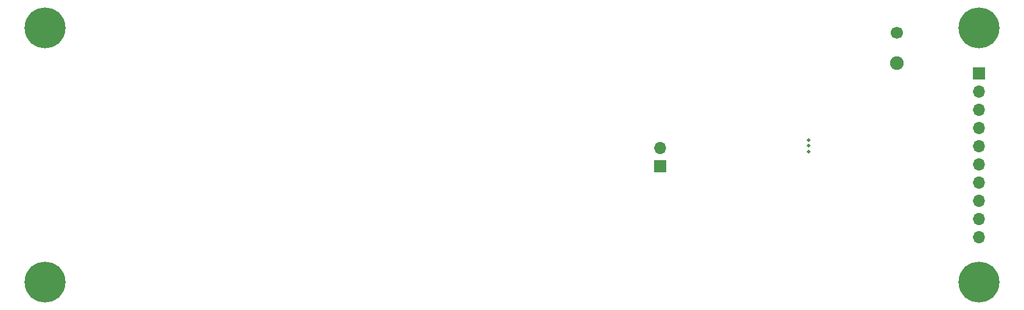
<source format=gbs>
%TF.GenerationSoftware,KiCad,Pcbnew,8.0.5*%
%TF.CreationDate,2024-12-09T00:18:15-08:00*%
%TF.ProjectId,newbatt,6e657762-6174-4742-9e6b-696361645f70,3*%
%TF.SameCoordinates,Original*%
%TF.FileFunction,Soldermask,Bot*%
%TF.FilePolarity,Negative*%
%FSLAX46Y46*%
G04 Gerber Fmt 4.6, Leading zero omitted, Abs format (unit mm)*
G04 Created by KiCad (PCBNEW 8.0.5) date 2024-12-09 00:18:15*
%MOMM*%
%LPD*%
G01*
G04 APERTURE LIST*
%ADD10C,3.600000*%
%ADD11C,5.700000*%
%ADD12R,1.700000X1.700000*%
%ADD13O,1.700000X1.700000*%
%ADD14C,1.900000*%
%ADD15C,1.700000*%
%ADD16C,0.508000*%
G04 APERTURE END LIST*
D10*
%TO.C,H4*%
X149500000Y-55250000D03*
D11*
X149500000Y-55250000D03*
%TD*%
D10*
%TO.C,H1*%
X19500000Y-19750000D03*
D11*
X19500000Y-19750000D03*
%TD*%
D10*
%TO.C,H3*%
X149500000Y-19750000D03*
D11*
X149500000Y-19750000D03*
%TD*%
D12*
%TO.C,J2*%
X149500000Y-26070000D03*
D13*
X149500000Y-28610000D03*
X149500000Y-31150000D03*
X149500000Y-33690000D03*
X149500000Y-36230000D03*
X149500000Y-38770000D03*
X149500000Y-41310000D03*
X149500000Y-43850000D03*
X149500000Y-46390000D03*
X149500000Y-48930000D03*
%TD*%
D14*
%TO.C,J1*%
X138050000Y-24700000D03*
D15*
X138050000Y-20400000D03*
%TD*%
D16*
%TO.C,U1*%
X125750000Y-35425200D03*
X125750000Y-36212600D03*
X125750000Y-37000000D03*
%TD*%
D12*
%TO.C,TH1*%
X105100000Y-39075000D03*
D13*
X105100000Y-36535000D03*
%TD*%
D10*
%TO.C,H2*%
X19500000Y-55250000D03*
D11*
X19500000Y-55250000D03*
%TD*%
M02*

</source>
